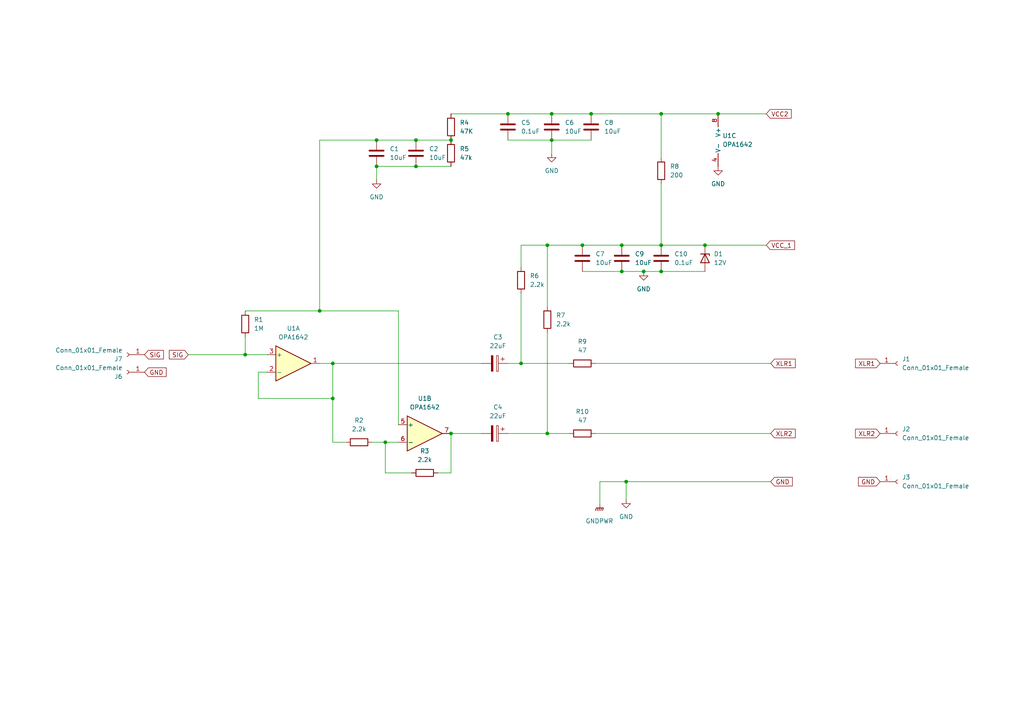
<source format=kicad_sch>
(kicad_sch (version 20231120) (generator "eeschema") (generator_version "8.0")
  (paper "A4")
  (lib_symbols
    (symbol "Amplifier_Operational:TL072" (pin_names (offset 0.127))
      (property "Reference" "U" (at 0 5.08 0))
      (property "Value" "TL072" (at 0 -5.08 0))
      (symbol "TL072_1_1"
        (polyline (pts (xy -5.08 5.08) (xy 5.08 0) (xy -5.08 -5.08) (xy -5.08 5.08)) (stroke (width 0.254)) (fill (type background)))
        (pin output line (at 7.62 0 180) (length 2.54) (name "~") (number "1"))
        (pin input line (at -7.62 -2.54 0) (length 2.54) (name "-") (number "2"))
        (pin input line (at -7.62 2.54 0) (length 2.54) (name "+") (number "3"))
      )
      (symbol "TL072_2_1"
        (polyline (pts (xy -5.08 5.08) (xy 5.08 0) (xy -5.08 -5.08) (xy -5.08 5.08)) (stroke (width 0.254)) (fill (type background)))
        (pin input line (at -7.62 2.54 0) (length 2.54) (name "+") (number "5"))
        (pin input line (at -7.62 -2.54 0) (length 2.54) (name "-") (number "6"))
        (pin output line (at 7.62 0 180) (length 2.54) (name "~") (number "7"))
      )
      (symbol "TL072_3_1"
        (pin power_in line (at -2.54 -7.62 90) (length 3.81) (name "V-") (number "4"))
        (pin power_in line (at -2.54 7.62 270) (length 3.81) (name "V+") (number "8"))
      )
    )
    (symbol "Connector:Conn_01x01_Female" (pin_names (offset 1.016) hide)
      (property "Reference" "J" (at 0 2.54 0))
      (property "Value" "Conn_01x01_Female" (at 0 -2.54 0))
      (symbol "Conn_01x01_Female_1_1"
        (polyline (pts (xy -1.27 0) (xy -0.508 0)) (stroke (width 0.1524)))
        (arc (start 0 0.508) (mid -0.5058 0) (end 0 -0.508) (stroke (width 0.1524)))
        (pin passive line (at -5.08 0 0) (length 3.81) (name "Pin_1") (number "1"))
      )
    )
    (symbol "Device:C" (pin_numbers hide) (pin_names (offset 0.254))
      (property "Reference" "C" (at 0.635 2.54 0))
      (property "Value" "C" (at 0.635 -2.54 0))
      (symbol "C_0_1"
        (polyline (pts (xy -2.032 -0.762) (xy 2.032 -0.762)) (stroke (width 0.508)))
        (polyline (pts (xy -2.032 0.762) (xy 2.032 0.762)) (stroke (width 0.508)))
      )
      (symbol "C_1_1"
        (pin passive line (at 0 3.81 270) (length 2.794) (name "~") (number "1"))
        (pin passive line (at 0 -3.81 90) (length 2.794) (name "~") (number "2"))
      )
    )
    (symbol "Device:C_Polarized" (pin_numbers hide) (pin_names (offset 0.254))
      (property "Reference" "C" (at 0.635 2.54 0))
      (property "Value" "C_Polarized" (at 0.635 -2.54 0))
      (symbol "C_Polarized_0_1"
        (rectangle (start -2.286 0.508) (end 2.286 1.016))
        (polyline (pts (xy -1.778 2.286) (xy -0.762 2.286)))
        (polyline (pts (xy -1.27 2.794) (xy -1.27 1.778)))
        (rectangle (start 2.286 -0.508) (end -2.286 -1.016) (fill (type outline)))
      )
      (symbol "C_Polarized_1_1"
        (pin passive line (at 0 3.81 270) (length 2.794) (name "~") (number "1"))
        (pin passive line (at 0 -3.81 90) (length 2.794) (name "~") (number "2"))
      )
    )
    (symbol "Device:D_Zener" (pin_numbers hide) (pin_names (offset 1.016) hide)
      (property "Reference" "D" (at 0 2.54 0))
      (property "Value" "D_Zener" (at 0 -2.54 0))
      (symbol "D_Zener_0_1"
        (polyline (pts (xy 1.27 0) (xy -1.27 0)))
        (polyline (pts (xy -1.27 -1.27) (xy -1.27 1.27) (xy -0.762 1.27)) (stroke (width 0.254)))
        (polyline (pts (xy 1.27 -1.27) (xy 1.27 1.27) (xy -1.27 0) (xy 1.27 -1.27)) (stroke (width 0.254)))
      )
      (symbol "D_Zener_1_1"
        (pin passive line (at -3.81 0 0) (length 2.54) (name "K") (number "1"))
        (pin passive line (at 3.81 0 180) (length 2.54) (name "A") (number "2"))
      )
    )
    (symbol "Device:R" (pin_numbers hide) (pin_names (offset 0))
      (property "Reference" "R" (at 2.032 0 90))
      (property "Value" "R" (at 0 0 90))
      (symbol "R_0_1"
        (rectangle (start -1.016 -2.54) (end 1.016 2.54) (stroke (width 0.254)))
      )
      (symbol "R_1_1"
        (pin passive line (at 0 3.81 270) (length 1.27) (name "~") (number "1"))
        (pin passive line (at 0 -3.81 90) (length 1.27) (name "~") (number "2"))
      )
    )
    (symbol "power:GND" (power) (pin_names (offset 0))
      (property "Value" "GND" (at 0 -3.81 0))
      (symbol "GND_0_1"
        (polyline (pts (xy 0 0) (xy 0 -1.27) (xy 1.27 -1.27) (xy 0 -2.54) (xy -1.27 -1.27) (xy 0 -1.27)))
      )
      (symbol "GND_1_1"
        (pin power_in line (at 0 0 270) (length 0) hide (name "GND") (number "1"))
      )
    )
    (symbol "power:GNDPWR" (power) (pin_names (offset 0))
      (property "Value" "GNDPWR" (at 0 -3.302 0))
      (symbol "GNDPWR_0_1"
        (polyline (pts (xy 0 -1.27) (xy 0 0)))
        (polyline (pts (xy -1.016 -1.27) (xy -1.27 -2.032) (xy -1.27 -2.032)) (stroke (width 0.2032)))
        (polyline (pts (xy -0.508 -1.27) (xy -0.762 -2.032) (xy -0.762 -2.032)) (stroke (width 0.2032)))
        (polyline (pts (xy 0 -1.27) (xy -0.254 -2.032) (xy -0.254 -2.032)) (stroke (width 0.2032)))
        (polyline (pts (xy 0.508 -1.27) (xy 0.254 -2.032) (xy 0.254 -2.032)) (stroke (width 0.2032)))
        (polyline (pts (xy 1.016 -1.27) (xy -1.016 -1.27) (xy -1.016 -1.27)) (stroke (width 0.2032)))
        (polyline (pts (xy 1.016 -1.27) (xy 0.762 -2.032) (xy 0.762 -2.032) (xy 0.762 -2.032)) (stroke (width 0.2032)))
      )
      (symbol "GNDPWR_1_1"
        (pin power_in line (at 0 0 270) (length 0) hide (name "GNDPWR") (number "1"))
      )
    )
  )
  (junction (at 171.45 33.02))
  (junction (at 168.91 71.12))
  (junction (at 111.76 128.27))
  (junction (at 120.65 48.26))
  (junction (at 160.02 40.64))
  (junction (at 120.65 40.64))
  (junction (at 160.02 33.02))
  (junction (at 186.69 78.74))
  (junction (at 130.81 125.73))
  (junction (at 71.12 102.87))
  (junction (at 158.75 125.73))
  (junction (at 180.34 71.12))
  (junction (at 151.13 105.41))
  (junction (at 208.28 33.02))
  (junction (at 191.77 71.12))
  (junction (at 191.77 33.02))
  (junction (at 180.34 78.74))
  (junction (at 181.61 139.7))
  (junction (at 130.81 40.64))
  (junction (at 191.77 78.74))
  (junction (at 158.75 71.12))
  (junction (at 109.22 40.64))
  (junction (at 147.32 33.02))
  (junction (at 109.22 48.26))
  (junction (at 96.52 115.57))
  (junction (at 96.52 105.41))
  (junction (at 204.47 71.12))
  (junction (at 92.71 90.17))
  (wire (pts (xy 96.52 105.41) (xy 96.52 115.57)))
  (wire (pts (xy 160.02 40.64) (xy 160.02 44.45)))
  (wire (pts (xy 158.75 96.52) (xy 158.75 125.73)))
  (wire (pts (xy 151.13 71.12) (xy 158.75 71.12)))
  (wire (pts (xy 160.02 33.02) (xy 171.45 33.02)))
  (wire (pts (xy 130.81 125.73) (xy 130.81 137.16)))
  (wire (pts (xy 96.52 105.41) (xy 139.7 105.41)))
  (wire (pts (xy 181.61 139.7) (xy 223.52 139.7)))
  (wire (pts (xy 191.77 53.34) (xy 191.77 71.12)))
  (wire (pts (xy 160.02 40.64) (xy 171.45 40.64)))
  (wire (pts (xy 191.77 33.02) (xy 208.28 33.02)))
  (wire (pts (xy 74.93 115.57) (xy 74.93 107.95)))
  (wire (pts (xy 96.52 128.27) (xy 100.33 128.27)))
  (wire (pts (xy 139.7 125.73) (xy 130.81 125.73)))
  (wire (pts (xy 158.75 125.73) (xy 165.1 125.73)))
  (wire (pts (xy 77.47 102.87) (xy 71.12 102.87)))
  (wire (pts (xy 168.91 71.12) (xy 180.34 71.12)))
  (wire (pts (xy 115.57 90.17) (xy 115.57 123.19)))
  (wire (pts (xy 120.65 48.26) (xy 109.22 48.26)))
  (wire (pts (xy 147.32 105.41) (xy 151.13 105.41)))
  (wire (pts (xy 92.71 105.41) (xy 96.52 105.41)))
  (wire (pts (xy 92.71 40.64) (xy 92.71 90.17)))
  (wire (pts (xy 151.13 71.12) (xy 151.13 77.47)))
  (wire (pts (xy 158.75 71.12) (xy 158.75 88.9)))
  (wire (pts (xy 71.12 90.17) (xy 92.71 90.17)))
  (wire (pts (xy 191.77 45.72) (xy 191.77 33.02)))
  (wire (pts (xy 130.81 137.16) (xy 127 137.16)))
  (wire (pts (xy 92.71 40.64) (xy 109.22 40.64)))
  (wire (pts (xy 147.32 33.02) (xy 160.02 33.02)))
  (wire (pts (xy 180.34 78.74) (xy 186.69 78.74)))
  (wire (pts (xy 109.22 40.64) (xy 120.65 40.64)))
  (wire (pts (xy 71.12 102.87) (xy 71.12 97.79)))
  (wire (pts (xy 172.72 125.73) (xy 223.52 125.73)))
  (wire (pts (xy 119.38 137.16) (xy 111.76 137.16)))
  (wire (pts (xy 54.61 102.87) (xy 71.12 102.87)))
  (wire (pts (xy 120.65 40.64) (xy 130.81 40.64)))
  (wire (pts (xy 147.32 40.64) (xy 160.02 40.64)))
  (wire (pts (xy 171.45 33.02) (xy 191.77 33.02)))
  (wire (pts (xy 168.91 78.74) (xy 180.34 78.74)))
  (wire (pts (xy 130.81 33.02) (xy 147.32 33.02)))
  (wire (pts (xy 208.28 33.02) (xy 222.25 33.02)))
  (wire (pts (xy 111.76 128.27) (xy 115.57 128.27)))
  (wire (pts (xy 111.76 128.27) (xy 111.76 137.16)))
  (wire (pts (xy 96.52 115.57) (xy 96.52 128.27)))
  (wire (pts (xy 180.34 71.12) (xy 191.77 71.12)))
  (wire (pts (xy 186.69 78.74) (xy 191.77 78.74)))
  (wire (pts (xy 147.32 125.73) (xy 158.75 125.73)))
  (wire (pts (xy 204.47 71.12) (xy 222.25 71.12)))
  (wire (pts (xy 173.99 146.05) (xy 173.99 139.7)))
  (wire (pts (xy 130.81 48.26) (xy 120.65 48.26)))
  (wire (pts (xy 172.72 105.41) (xy 223.52 105.41)))
  (wire (pts (xy 107.95 128.27) (xy 111.76 128.27)))
  (wire (pts (xy 181.61 139.7) (xy 181.61 144.78)))
  (wire (pts (xy 151.13 105.41) (xy 165.1 105.41)))
  (wire (pts (xy 96.52 115.57) (xy 74.93 115.57)))
  (wire (pts (xy 92.71 90.17) (xy 115.57 90.17)))
  (wire (pts (xy 173.99 139.7) (xy 181.61 139.7)))
  (wire (pts (xy 151.13 85.09) (xy 151.13 105.41)))
  (wire (pts (xy 158.75 71.12) (xy 168.91 71.12)))
  (wire (pts (xy 191.77 71.12) (xy 204.47 71.12)))
  (wire (pts (xy 74.93 107.95) (xy 77.47 107.95)))
  (wire (pts (xy 109.22 48.26) (xy 109.22 52.07)))
  (wire (pts (xy 191.77 78.74) (xy 204.47 78.74)))
  (global_label "XLR2" (shape input) (at 255.27 125.73 180) (property "Intersheetrefs" "${INTERSHEET_REFS}" (effects (hide yes))))
  (global_label "GND" (shape input) (at 223.52 139.7 0) (property "Intersheetrefs" "${INTERSHEET_REFS}" (effects (hide yes))))
  (global_label "GND" (shape input) (at 41.91 107.95 0) (property "Intersheetrefs" "${INTERSHEET_REFS}" (effects (hide yes))))
  (global_label "GND" (shape input) (at 255.27 139.7 180) (property "Intersheetrefs" "${INTERSHEET_REFS}" (effects (hide yes))))
  (global_label "XLR2" (shape input) (at 223.52 125.73 0) (property "Intersheetrefs" "${INTERSHEET_REFS}" (effects (hide yes))))
  (global_label "XLR1" (shape input) (at 255.27 105.41 180) (property "Intersheetrefs" "${INTERSHEET_REFS}" (effects (hide yes))))
  (global_label "VCC2" (shape input) (at 222.25 33.02 0) (property "Intersheetrefs" "${INTERSHEET_REFS}" (effects (hide yes))))
  (global_label "VCC_1" (shape input) (at 222.25 71.12 0) (property "Intersheetrefs" "${INTERSHEET_REFS}" (effects (hide yes))))
  (global_label "SIG" (shape input) (at 54.61 102.87 180) (property "Intersheetrefs" "${INTERSHEET_REFS}" (effects (hide yes))))
  (global_label "XLR1" (shape input) (at 223.52 105.41 0) (property "Intersheetrefs" "${INTERSHEET_REFS}" (effects (hide yes))))
  (global_label "SIG" (shape input) (at 41.91 102.87 0) (property "Intersheetrefs" "${INTERSHEET_REFS}" (effects (hide yes))))
  (symbol (lib_id "Connector:Conn_01x01_Female") (at 260.35 125.73 0) (unit 1)
    (property "Reference" "J2" (at 261.62 124.4599 0) (effects (justify left)))
    (property "Value" "Conn_01x01_Female" (at 261.62 126.9999 0) (effects (justify left)))
    (property "Footprint" "Connector_Wire:SolderWire-1.5sqmm_1x01_D1.7mm_OD3.9mm" (effects (hide yes)))
  )
  (symbol (lib_id "Device:R") (at 168.91 125.73 90) (unit 1)
    (property "Reference" "R10" (at 168.91 119.38 90))
    (property "Value" "47" (at 168.91 121.92 90))
    (property "Footprint" "Resistor_SMD:R_0603_1608Metric" (effects (hide yes)))
  )
  (symbol (lib_id "Connector:Conn_01x01_Female") (at 260.35 105.41 0) (unit 1)
    (property "Reference" "J1" (at 261.62 104.1399 0) (effects (justify left)))
    (property "Value" "Conn_01x01_Female" (at 261.62 106.6799 0) (effects (justify left)))
    (property "Footprint" "Connector_Wire:SolderWire-1.5sqmm_1x01_D1.7mm_OD3.9mm" (effects (hide yes)))
  )
  (symbol (lib_id "Connector:Conn_01x01_Female") (at 260.35 139.7 0) (unit 1)
    (property "Reference" "J3" (at 261.62 138.4299 0) (effects (justify left)))
    (property "Value" "Conn_01x01_Female" (at 261.62 140.9699 0) (effects (justify left)))
    (property "Footprint" "Connector_Wire:SolderWire-1.5sqmm_1x01_D1.7mm_OD3.9mm" (effects (hide yes)))
  )
  (symbol (lib_id "Device:R") (at 151.13 81.28 0) (unit 1)
    (property "Reference" "R6" (at 153.67 80.0099 0) (effects (justify left)))
    (property "Value" "2.2k" (at 153.67 82.5499 0) (effects (justify left)))
    (property "Footprint" "Resistor_SMD:R_0603_1608Metric" (effects (hide yes)))
  )
  (symbol (lib_id "power:GND") (at 160.02 44.45 0) (unit 1)
    (property "Reference" "#PWR0106" (effects (hide yes)))
    (property "Value" "GND" (at 160.02 49.53 0))
  )
  (symbol (lib_id "Device:R") (at 191.77 49.53 180) (unit 1)
    (property "Reference" "R8" (at 194.31 48.2599 0) (effects (justify right)))
    (property "Value" "200" (at 194.31 50.7999 0) (effects (justify right)))
    (property "Footprint" "Resistor_SMD:R_0603_1608Metric" (effects (hide yes)))
  )
  (symbol (lib_id "power:GND") (at 181.61 144.78 0) (unit 1)
    (property "Reference" "#PWR0104" (effects (hide yes)))
    (property "Value" "GND" (at 181.61 149.86 0))
  )
  (symbol (lib_id "power:GNDPWR") (at 173.99 146.05 0) (unit 1)
    (property "Reference" "#PWR0105" (effects (hide yes)))
    (property "Value" "GNDPWR" (at 173.863 151.13 0))
  )
  (symbol (lib_id "Device:C_Polarized") (at 143.51 105.41 270) (unit 1)
    (property "Reference" "C3" (at 144.399 97.79 90))
    (property "Value" "22uF" (at 144.399 100.33 90))
    (property "Footprint" "Capacitor_SMD:CP_Elec_6.3x3.9" (effects (hide yes)))
    (property "JLC" "C2761583" (effects (hide yes)))
  )
  (symbol (lib_id "Amplifier_Operational:TL072") (at 123.19 125.73 0) (unit 2)
    (property "Reference" "U1" (at 123.19 115.57 0))
    (property "Value" "OPA1642" (at 123.19 118.11 0))
    (property "Footprint" "Package_SO:SOIC-8_3.9x4.9mm_P1.27mm" (effects (hide yes)))
    (property "Datasheet" "http://www.ti.com/lit/ds/symlink/tl071.pdf" (effects (hide yes)))
  )
  (symbol (lib_id "Device:C") (at 147.32 36.83 0) (unit 1)
    (property "Reference" "C5" (at 151.13 35.5599 0) (effects (justify left)))
    (property "Value" "0.1uF" (at 151.13 38.0999 0) (effects (justify left)))
    (property "Footprint" "Capacitor_SMD:C_0603_1608Metric" (effects (hide yes)))
    (property "JLC" "C14663" (effects (hide yes)))
  )
  (symbol (lib_id "Amplifier_Operational:TL072") (at 210.82 40.64 0) (unit 3)
    (property "Reference" "U1" (at 209.55 39.3699 0) (effects (justify left)))
    (property "Value" "OPA1642" (at 209.55 41.9099 0) (effects (justify left)))
    (property "Footprint" "Package_SO:SOIC-8_3.9x4.9mm_P1.27mm" (effects (hide yes)))
    (property "Datasheet" "http://www.ti.com/lit/ds/symlink/tl071.pdf" (effects (hide yes)))
  )
  (symbol (lib_id "Amplifier_Operational:TL072") (at 85.09 105.41 0) (unit 1)
    (property "Reference" "U1" (at 85.09 95.25 0))
    (property "Value" "OPA1642" (at 85.09 97.79 0))
    (property "Footprint" "Package_SO:SOIC-8_3.9x4.9mm_P1.27mm" (effects (hide yes)))
    (property "Datasheet" "http://www.ti.com/lit/ds/symlink/tl071.pdf" (effects (hide yes)))
  )
  (symbol (lib_id "Device:R") (at 158.75 92.71 0) (unit 1)
    (property "Reference" "R7" (at 161.29 91.4399 0) (effects (justify left)))
    (property "Value" "2.2k" (at 161.29 93.9799 0) (effects (justify left)))
    (property "Footprint" "Resistor_SMD:R_0603_1608Metric" (effects (hide yes)))
  )
  (symbol (lib_id "Device:C") (at 168.91 74.93 0) (unit 1)
    (property "Reference" "C7" (at 172.72 73.6599 0) (effects (justify left)))
    (property "Value" "10uF" (at 172.72 76.1999 0) (effects (justify left)))
    (property "Footprint" "Capacitor_SMD:C_1206_3216Metric" (effects (hide yes)))
    (property "JLC" "C77093" (effects (hide yes)))
  )
  (symbol (lib_id "Device:C") (at 109.22 44.45 0) (unit 1)
    (property "Reference" "C1" (at 113.03 43.1799 0) (effects (justify left)))
    (property "Value" "10uF" (at 113.03 45.7199 0) (effects (justify left)))
    (property "Footprint" "Capacitor_SMD:C_1206_3216Metric" (effects (hide yes)))
    (property "JLC" "C77093" (effects (hide yes)))
  )
  (symbol (lib_id "Device:R") (at 130.81 44.45 0) (unit 1)
    (property "Reference" "R5" (at 133.35 43.1799 0) (effects (justify left)))
    (property "Value" "47k" (at 133.35 45.7199 0) (effects (justify left)))
    (property "Footprint" "Resistor_SMD:R_0603_1608Metric" (effects (hide yes)))
  )
  (symbol (lib_id "Device:C") (at 160.02 36.83 0) (unit 1)
    (property "Reference" "C6" (at 163.83 35.5599 0) (effects (justify left)))
    (property "Value" "10uF" (at 163.83 38.0999 0) (effects (justify left)))
    (property "Footprint" "Capacitor_SMD:C_1206_3216Metric" (effects (hide yes)))
    (property "JLC" "C77093" (effects (hide yes)))
  )
  (symbol (lib_id "Device:R") (at 104.14 128.27 90) (unit 1)
    (property "Reference" "R2" (at 104.14 121.92 90))
    (property "Value" "2.2k" (at 104.14 124.46 90))
    (property "Footprint" "Resistor_SMD:R_0603_1608Metric" (effects (hide yes)))
  )
  (symbol (lib_id "Device:C") (at 120.65 44.45 0) (unit 1)
    (property "Reference" "C2" (at 124.46 43.1799 0) (effects (justify left)))
    (property "Value" "10uF" (at 124.46 45.7199 0) (effects (justify left)))
    (property "Footprint" "Capacitor_SMD:C_1206_3216Metric" (effects (hide yes)))
    (property "JLC" "C77093" (effects (hide yes)))
  )
  (symbol (lib_id "Connector:Conn_01x01_Female") (at 36.83 107.95 180) (unit 1)
    (property "Reference" "J6" (at 35.56 109.2201 0) (effects (justify left)))
    (property "Value" "Conn_01x01_Female" (at 35.56 106.6801 0) (effects (justify left)))
    (property "Footprint" "Connector_Wire:SolderWire-0.5sqmm_1x01_D0.9mm_OD2.1mm" (effects (hide yes)))
  )
  (symbol (lib_id "Device:D_Zener") (at 204.47 74.93 270) (unit 1)
    (property "Reference" "D1" (at 207.01 73.6599 90) (effects (justify left)))
    (property "Value" "12V" (at 207.01 76.1999 90) (effects (justify left)))
    (property "Footprint" "Diode_SMD:D_SOD-323F" (effects (hide yes)))
    (property "JLC" " C84980" (effects (hide yes)))
  )
  (symbol (lib_id "Device:R") (at 71.12 93.98 0) (unit 1)
    (property "Reference" "R1" (at 73.66 92.7099 0) (effects (justify left)))
    (property "Value" "1M" (at 73.66 95.2499 0) (effects (justify left)))
    (property "Footprint" "Resistor_SMD:R_0603_1608Metric" (effects (hide yes)))
  )
  (symbol (lib_id "Device:R") (at 168.91 105.41 90) (unit 1)
    (property "Reference" "R9" (at 168.91 99.06 90))
    (property "Value" "47" (at 168.91 101.6 90))
    (property "Footprint" "Resistor_SMD:R_0603_1608Metric" (effects (hide yes)))
  )
  (symbol (lib_id "power:GND") (at 208.28 48.26 0) (unit 1)
    (property "Reference" "#PWR0103" (effects (hide yes)))
    (property "Value" "GND" (at 208.28 53.34 0))
  )
  (symbol (lib_id "Device:R") (at 130.81 36.83 0) (unit 1)
    (property "Reference" "R4" (at 133.35 35.5599 0) (effects (justify left)))
    (property "Value" "47K" (at 133.35 38.0999 0) (effects (justify left)))
    (property "Footprint" "Resistor_SMD:R_0603_1608Metric" (effects (hide yes)))
  )
  (symbol (lib_id "Device:C") (at 180.34 74.93 0) (unit 1)
    (property "Reference" "C9" (at 184.15 73.6599 0) (effects (justify left)))
    (property "Value" "10uF" (at 184.15 76.1999 0) (effects (justify left)))
    (property "Footprint" "Capacitor_SMD:C_1206_3216Metric" (effects (hide yes)))
    (property "JLC" "C77093" (effects (hide yes)))
  )
  (symbol (lib_id "power:GND") (at 109.22 52.07 0) (unit 1)
    (property "Reference" "#PWR0101" (effects (hide yes)))
    (property "Value" "GND" (at 109.22 57.15 0))
  )
  (symbol (lib_id "Device:C") (at 191.77 74.93 0) (unit 1)
    (property "Reference" "C10" (at 195.58 73.6599 0) (effects (justify left)))
    (property "Value" "0.1uF" (at 195.58 76.1999 0) (effects (justify left)))
    (property "Footprint" "Capacitor_SMD:C_0603_1608Metric" (effects (hide yes)))
    (property "JLC" "C14663" (effects (hide yes)))
  )
  (symbol (lib_id "Device:C_Polarized") (at 143.51 125.73 270) (unit 1)
    (property "Reference" "C4" (at 144.399 118.11 90))
    (property "Value" "22uF" (at 144.399 120.65 90))
    (property "Footprint" "Capacitor_SMD:CP_Elec_6.3x3.9" (effects (hide yes)))
    (property "JLC" "C2761583" (effects (hide yes)))
  )
  (symbol (lib_id "power:GND") (at 186.69 78.74 0) (unit 1)
    (property "Reference" "#PWR0102" (effects (hide yes)))
    (property "Value" "GND" (at 186.69 83.82 0))
  )
  (symbol (lib_id "Connector:Conn_01x01_Female") (at 36.83 102.87 180) (unit 1)
    (property "Reference" "J7" (at 35.56 104.1401 0) (effects (justify left)))
    (property "Value" "Conn_01x01_Female" (at 35.56 101.6001 0) (effects (justify left)))
    (property "Footprint" "Connector_Wire:SolderWire-0.5sqmm_1x01_D0.9mm_OD2.1mm" (effects (hide yes)))
  )
  (symbol (lib_id "Device:C") (at 171.45 36.83 0) (unit 1)
    (property "Reference" "C8" (at 175.26 35.5599 0) (effects (justify left)))
    (property "Value" "10uF" (at 175.26 38.0999 0) (effects (justify left)))
    (property "Footprint" "Capacitor_SMD:C_1206_3216Metric" (effects (hide yes)))
    (property "JLC" "C77093" (effects (hide yes)))
  )
  (symbol (lib_id "Device:R") (at 123.19 137.16 90) (unit 1)
    (property "Reference" "R3" (at 123.19 130.81 90))
    (property "Value" "2.2k" (at 123.19 133.35 90))
    (property "Footprint" "Resistor_SMD:R_0603_1608Metric" (effects (hide yes)))
  )
)
</source>
